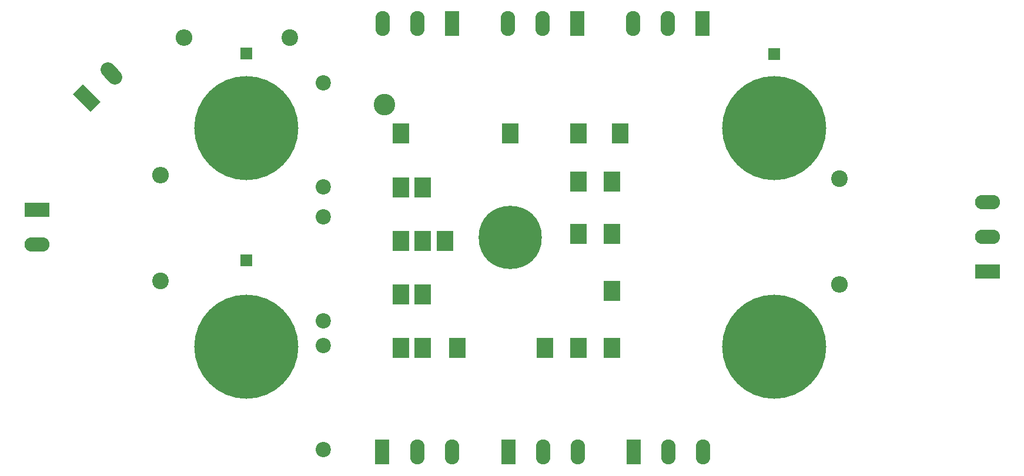
<source format=gts>
G04 #@! TF.FileFunction,Soldermask,Top*
%FSLAX46Y46*%
G04 Gerber Fmt 4.6, Leading zero omitted, Abs format (unit mm)*
G04 Created by KiCad (PCBNEW 4.0.6) date 2017 August 07, Monday 18:16:46*
%MOMM*%
%LPD*%
G01*
G04 APERTURE LIST*
%ADD10C,0.100000*%
%ADD11C,9.100000*%
%ADD12R,2.400000X3.000000*%
%ADD13C,3.100000*%
%ADD14R,1.700000X1.700000*%
%ADD15C,2.200000*%
%ADD16C,2.400000*%
%ADD17O,2.400000X2.400000*%
%ADD18C,15.000000*%
%ADD19R,2.100000X3.600000*%
%ADD20O,2.100000X3.600000*%
%ADD21R,3.600000X2.100000*%
%ADD22O,3.600000X2.100000*%
%ADD23C,2.100000*%
G04 APERTURE END LIST*
D10*
D11*
X175000000Y-100000000D03*
D12*
X159200000Y-84970000D03*
X159200000Y-108230000D03*
X159200000Y-92820000D03*
X162380000Y-108230000D03*
X162380000Y-92820000D03*
X159200000Y-100520000D03*
X162380000Y-100520000D03*
X165550000Y-100520000D03*
X159200000Y-115920000D03*
X162380000Y-115920000D03*
X167380000Y-115920000D03*
X175000000Y-84970000D03*
X180000000Y-115920000D03*
X184800000Y-115920000D03*
X189600000Y-115920000D03*
X189600000Y-107720000D03*
X184800000Y-91930000D03*
X184800000Y-84970000D03*
X184800000Y-99520000D03*
X189600000Y-99520000D03*
X189600000Y-91930000D03*
X190800000Y-84970000D03*
D13*
X156900000Y-80900000D03*
D14*
X136956800Y-73456800D03*
X136956800Y-103301800D03*
X213029800Y-73583800D03*
D15*
X148082000Y-130556000D03*
X148082000Y-115556000D03*
X148082000Y-112014000D03*
X148082000Y-97014000D03*
X148082000Y-92710000D03*
X148082000Y-77710000D03*
D16*
X222377000Y-91567000D03*
D17*
X222377000Y-106807000D03*
D16*
X124587000Y-106299000D03*
D17*
X124587000Y-91059000D03*
D16*
X143256000Y-71247000D03*
D17*
X128016000Y-71247000D03*
D18*
X213000000Y-115750000D03*
X213000000Y-84250000D03*
X137000000Y-84250000D03*
X137000000Y-115750000D03*
D19*
X166624000Y-69215000D03*
D20*
X161624000Y-69215000D03*
X156624000Y-69215000D03*
D19*
X156565600Y-130937000D03*
D20*
X161565600Y-130937000D03*
X166565600Y-130937000D03*
D19*
X184658000Y-69215000D03*
D20*
X179658000Y-69215000D03*
X174658000Y-69215000D03*
D19*
X174701200Y-130937000D03*
D20*
X179701200Y-130937000D03*
X184701200Y-130937000D03*
D19*
X202692000Y-69215000D03*
D20*
X197692000Y-69215000D03*
X192692000Y-69215000D03*
D19*
X192786000Y-130937000D03*
D20*
X197786000Y-130937000D03*
X202786000Y-130937000D03*
D21*
X243713000Y-104902000D03*
D22*
X243713000Y-99902000D03*
X243713000Y-94902000D03*
D21*
X106807000Y-96012000D03*
D22*
X106807000Y-101012000D03*
D10*
G36*
X114500130Y-81898254D02*
X111954546Y-79352670D01*
X113439470Y-77867746D01*
X115985054Y-80413330D01*
X114500130Y-81898254D01*
X114500130Y-81898254D01*
G37*
D23*
X116975004Y-75817136D02*
X118035664Y-76877796D01*
M02*

</source>
